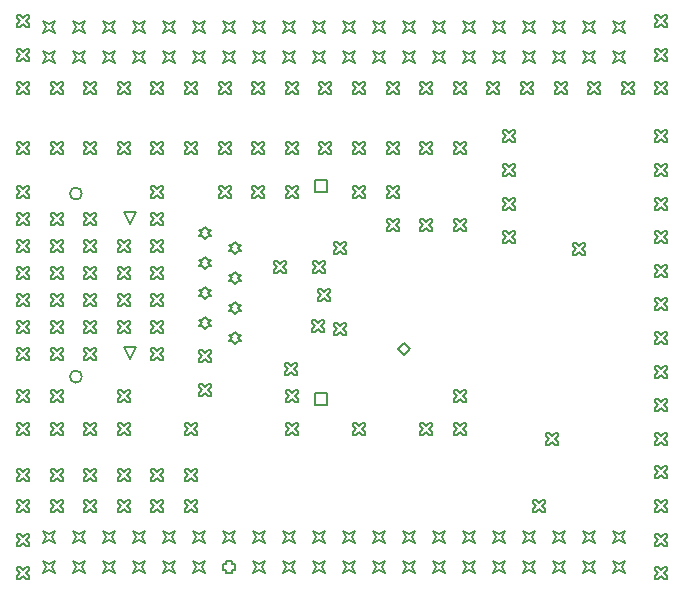
<source format=gbr>
G04 Layer_Color=2752767*
%FSLAX26Y26*%
%MOIN*%
%TF.FileFunction,Drawing*%
%TF.Part,Single*%
G01*
G75*
%TA.AperFunction,NonConductor*%
%ADD39C,0.005000*%
%ADD58C,0.006667*%
D39*
X1880000Y-1920000D02*
X1860000Y-1910000D01*
X1840000Y-1920000D01*
X1850000Y-1900000D01*
X1840000Y-1880000D01*
X1860000Y-1890000D01*
X1880000Y-1880000D01*
X1870000Y-1900000D01*
X1880000Y-1920000D01*
X1940000D02*
X1950000Y-1900000D01*
X1940000Y-1880000D01*
X1960000Y-1890000D01*
X1980000Y-1880000D01*
X1970000Y-1900000D01*
X1980000Y-1920000D01*
X1960000Y-1910000D01*
X1940000Y-1920000D01*
X2040000D02*
X2050000Y-1900000D01*
X2040000Y-1880000D01*
X2060000Y-1890000D01*
X2080000Y-1880000D01*
X2070000Y-1900000D01*
X2080000Y-1920000D01*
X2060000Y-1910000D01*
X2040000Y-1920000D01*
X2180000Y-1910000D02*
X2190000Y-1920000D01*
X2180000Y-1930000D01*
Y-1940000D01*
X2190000D01*
X2200000Y-1930000D01*
X2210000Y-1940000D01*
X2220000D01*
Y-1930000D01*
X2210000Y-1920000D01*
X2220000Y-1910000D01*
Y-1900000D01*
X2210000D01*
X2200000Y-1910000D01*
X2190000Y-1900000D01*
X2180000D01*
Y-1910000D01*
Y-1828000D02*
X2190000D01*
X2200000Y-1818000D01*
X2210000Y-1828000D01*
X2220000D01*
Y-1818000D01*
X2210000Y-1808000D01*
X2220000Y-1798000D01*
Y-1788000D01*
X2210000D01*
X2200000Y-1798000D01*
X2190000Y-1788000D01*
X2180000D01*
Y-1798000D01*
X2190000Y-1808000D01*
X2180000Y-1818000D01*
Y-1828000D01*
X2080000Y-1820000D02*
X2060000Y-1810000D01*
X2040000Y-1820000D01*
X2050000Y-1800000D01*
X2040000Y-1780000D01*
X2060000Y-1790000D01*
X2080000Y-1780000D01*
X2070000Y-1800000D01*
X2080000Y-1820000D01*
X1980000D02*
X1960000Y-1810000D01*
X1940000Y-1820000D01*
X1950000Y-1800000D01*
X1940000Y-1780000D01*
X1960000Y-1790000D01*
X1980000Y-1780000D01*
X1970000Y-1800000D01*
X1980000Y-1820000D01*
X1880000D02*
X1860000Y-1810000D01*
X1840000Y-1820000D01*
X1850000Y-1800000D01*
X1840000Y-1780000D01*
X1860000Y-1790000D01*
X1880000Y-1780000D01*
X1870000Y-1800000D01*
X1880000Y-1820000D01*
X2180000Y-1716000D02*
X2190000D01*
X2200000Y-1706000D01*
X2210000Y-1716000D01*
X2220000D01*
Y-1706000D01*
X2210000Y-1696000D01*
X2220000Y-1686000D01*
Y-1676000D01*
X2210000D01*
X2200000Y-1686000D01*
X2190000Y-1676000D01*
X2180000D01*
Y-1686000D01*
X2190000Y-1696000D01*
X2180000Y-1706000D01*
Y-1716000D01*
Y-1604000D02*
X2190000D01*
X2200000Y-1594000D01*
X2210000Y-1604000D01*
X2220000D01*
Y-1594000D01*
X2210000Y-1584000D01*
X2220000Y-1574000D01*
Y-1564000D01*
X2210000D01*
X2200000Y-1574000D01*
X2190000Y-1564000D01*
X2180000D01*
Y-1574000D01*
X2190000Y-1584000D01*
X2180000Y-1594000D01*
Y-1604000D01*
Y-1492000D02*
X2190000D01*
X2200000Y-1482000D01*
X2210000Y-1492000D01*
X2220000D01*
Y-1482000D01*
X2210000Y-1472000D01*
X2220000Y-1462000D01*
Y-1452000D01*
X2210000D01*
X2200000Y-1462000D01*
X2190000Y-1452000D01*
X2180000D01*
Y-1462000D01*
X2190000Y-1472000D01*
X2180000Y-1482000D01*
Y-1492000D01*
Y-1380000D02*
X2190000D01*
X2200000Y-1370000D01*
X2210000Y-1380000D01*
X2220000D01*
Y-1370000D01*
X2210000Y-1360000D01*
X2220000Y-1350000D01*
Y-1340000D01*
X2210000D01*
X2200000Y-1350000D01*
X2190000Y-1340000D01*
X2180000D01*
Y-1350000D01*
X2190000Y-1360000D01*
X2180000Y-1370000D01*
Y-1380000D01*
Y-1268000D02*
X2190000D01*
X2200000Y-1258000D01*
X2210000Y-1268000D01*
X2220000D01*
Y-1258000D01*
X2210000Y-1248000D01*
X2220000Y-1238000D01*
Y-1228000D01*
X2210000D01*
X2200000Y-1238000D01*
X2190000Y-1228000D01*
X2180000D01*
Y-1238000D01*
X2190000Y-1248000D01*
X2180000Y-1258000D01*
Y-1268000D01*
Y-1156000D02*
X2190000D01*
X2200000Y-1146000D01*
X2210000Y-1156000D01*
X2220000D01*
Y-1146000D01*
X2210000Y-1136000D01*
X2220000Y-1126000D01*
Y-1116000D01*
X2210000D01*
X2200000Y-1126000D01*
X2190000Y-1116000D01*
X2180000D01*
Y-1126000D01*
X2190000Y-1136000D01*
X2180000Y-1146000D01*
Y-1156000D01*
Y-1044000D02*
X2190000D01*
X2200000Y-1034000D01*
X2210000Y-1044000D01*
X2220000D01*
Y-1034000D01*
X2210000Y-1024000D01*
X2220000Y-1014000D01*
Y-1004000D01*
X2210000D01*
X2200000Y-1014000D01*
X2190000Y-1004000D01*
X2180000D01*
Y-1014000D01*
X2190000Y-1024000D01*
X2180000Y-1034000D01*
Y-1044000D01*
Y-932000D02*
X2190000D01*
X2200000Y-922000D01*
X2210000Y-932000D01*
X2220000D01*
Y-922000D01*
X2210000Y-912000D01*
X2220000Y-902000D01*
Y-892000D01*
X2210000D01*
X2200000Y-902000D01*
X2190000Y-892000D01*
X2180000D01*
Y-902000D01*
X2190000Y-912000D01*
X2180000Y-922000D01*
Y-932000D01*
Y-820000D02*
X2190000D01*
X2200000Y-810000D01*
X2210000Y-820000D01*
X2220000D01*
Y-810000D01*
X2210000Y-800000D01*
X2220000Y-790000D01*
Y-780000D01*
X2210000D01*
X2200000Y-790000D01*
X2190000Y-780000D01*
X2180000D01*
Y-790000D01*
X2190000Y-800000D01*
X2180000Y-810000D01*
Y-820000D01*
X1945000D02*
X1935000D01*
X1925000Y-830000D01*
X1915000Y-820000D01*
X1905000D01*
Y-830000D01*
X1915000Y-840000D01*
X1905000Y-850000D01*
Y-860000D01*
X1915000D01*
X1925000Y-850000D01*
X1935000Y-860000D01*
X1945000D01*
Y-850000D01*
X1935000Y-840000D01*
X1945000Y-830000D01*
Y-820000D01*
X2180000Y-708000D02*
X2190000D01*
X2200000Y-698000D01*
X2210000Y-708000D01*
X2220000D01*
Y-698000D01*
X2210000Y-688000D01*
X2220000Y-678000D01*
Y-668000D01*
X2210000D01*
X2200000Y-678000D01*
X2190000Y-668000D01*
X2180000D01*
Y-678000D01*
X2190000Y-688000D01*
X2180000Y-698000D01*
Y-708000D01*
Y-596000D02*
X2190000D01*
X2200000Y-586000D01*
X2210000Y-596000D01*
X2220000D01*
Y-586000D01*
X2210000Y-576000D01*
X2220000Y-566000D01*
Y-556000D01*
X2210000D01*
X2200000Y-566000D01*
X2190000Y-556000D01*
X2180000D01*
Y-566000D01*
X2190000Y-576000D01*
X2180000Y-586000D01*
Y-596000D01*
Y-484000D02*
X2190000D01*
X2200000Y-474000D01*
X2210000Y-484000D01*
X2220000D01*
Y-474000D01*
X2210000Y-464000D01*
X2220000Y-454000D01*
Y-444000D01*
X2210000D01*
X2200000Y-454000D01*
X2190000Y-444000D01*
X2180000D01*
Y-454000D01*
X2190000Y-464000D01*
X2180000Y-474000D01*
Y-484000D01*
Y-324000D02*
X2190000D01*
X2200000Y-314000D01*
X2210000Y-324000D01*
X2220000D01*
Y-314000D01*
X2210000Y-304000D01*
X2220000Y-294000D01*
Y-284000D01*
X2210000D01*
X2200000Y-294000D01*
X2190000Y-284000D01*
X2180000D01*
Y-294000D01*
X2190000Y-304000D01*
X2180000Y-314000D01*
Y-324000D01*
X2108000D02*
Y-314000D01*
X2098000Y-304000D01*
X2108000Y-294000D01*
Y-284000D01*
X2098000D01*
X2088000Y-294000D01*
X2078000Y-284000D01*
X2068000D01*
Y-294000D01*
X2078000Y-304000D01*
X2068000Y-314000D01*
Y-324000D01*
X2078000D01*
X2088000Y-314000D01*
X2098000Y-324000D01*
X2108000D01*
X1996000D02*
Y-314000D01*
X1986000Y-304000D01*
X1996000Y-294000D01*
Y-284000D01*
X1986000D01*
X1976000Y-294000D01*
X1966000Y-284000D01*
X1956000D01*
Y-294000D01*
X1966000Y-304000D01*
X1956000Y-314000D01*
Y-324000D01*
X1966000D01*
X1976000Y-314000D01*
X1986000Y-324000D01*
X1996000D01*
X1884000D02*
Y-314000D01*
X1874000Y-304000D01*
X1884000Y-294000D01*
Y-284000D01*
X1874000D01*
X1864000Y-294000D01*
X1854000Y-284000D01*
X1844000D01*
Y-294000D01*
X1854000Y-304000D01*
X1844000Y-314000D01*
Y-324000D01*
X1854000D01*
X1864000Y-314000D01*
X1874000Y-324000D01*
X1884000D01*
X1880000Y-220000D02*
X1860000Y-210000D01*
X1840000Y-220000D01*
X1850000Y-200000D01*
X1840000Y-180000D01*
X1860000Y-190000D01*
X1880000Y-180000D01*
X1870000Y-200000D01*
X1880000Y-220000D01*
X1940000D02*
X1950000Y-200000D01*
X1940000Y-180000D01*
X1960000Y-190000D01*
X1980000Y-180000D01*
X1970000Y-200000D01*
X1980000Y-220000D01*
X1960000Y-210000D01*
X1940000Y-220000D01*
X2040000D02*
X2050000Y-200000D01*
X2040000Y-180000D01*
X2060000Y-190000D01*
X2080000Y-180000D01*
X2070000Y-200000D01*
X2080000Y-220000D01*
X2060000Y-210000D01*
X2040000Y-220000D01*
Y-120000D02*
X2050000Y-100000D01*
X2040000Y-80000D01*
X2060000Y-90000D01*
X2080000Y-80000D01*
X2070000Y-100000D01*
X2080000Y-120000D01*
X2060000Y-110000D01*
X2040000Y-120000D01*
X1980000D02*
X1960000Y-110000D01*
X1940000Y-120000D01*
X1950000Y-100000D01*
X1940000Y-80000D01*
X1960000Y-90000D01*
X1980000Y-80000D01*
X1970000Y-100000D01*
X1980000Y-120000D01*
X1880000D02*
X1860000Y-110000D01*
X1840000Y-120000D01*
X1850000Y-100000D01*
X1840000Y-80000D01*
X1860000Y-90000D01*
X1880000Y-80000D01*
X1870000Y-100000D01*
X1880000Y-120000D01*
X2180000Y-100000D02*
X2190000D01*
X2200000Y-90000D01*
X2210000Y-100000D01*
X2220000D01*
Y-90000D01*
X2210000Y-80000D01*
X2220000Y-70000D01*
Y-60000D01*
X2210000D01*
X2200000Y-70000D01*
X2190000Y-60000D01*
X2180000D01*
Y-70000D01*
X2190000Y-80000D01*
X2180000Y-90000D01*
Y-100000D01*
Y-172000D02*
Y-182000D01*
X2190000Y-192000D01*
X2180000Y-202000D01*
Y-212000D01*
X2190000D01*
X2200000Y-202000D01*
X2210000Y-212000D01*
X2220000D01*
Y-202000D01*
X2210000Y-192000D01*
X2220000Y-182000D01*
Y-172000D01*
X2210000D01*
X2200000Y-182000D01*
X2190000Y-172000D01*
X2180000D01*
X1780000Y-180000D02*
X1770000Y-200000D01*
X1780000Y-220000D01*
X1760000Y-210000D01*
X1740000Y-220000D01*
X1750000Y-200000D01*
X1740000Y-180000D01*
X1760000Y-190000D01*
X1780000Y-180000D01*
Y-120000D02*
X1760000Y-110000D01*
X1740000Y-120000D01*
X1750000Y-100000D01*
X1740000Y-80000D01*
X1760000Y-90000D01*
X1780000Y-80000D01*
X1770000Y-100000D01*
X1780000Y-120000D01*
X1680000D02*
X1660000Y-110000D01*
X1640000Y-120000D01*
X1650000Y-100000D01*
X1640000Y-80000D01*
X1660000Y-90000D01*
X1680000Y-80000D01*
X1670000Y-100000D01*
X1680000Y-120000D01*
Y-180000D02*
X1670000Y-200000D01*
X1680000Y-220000D01*
X1660000Y-210000D01*
X1640000Y-220000D01*
X1650000Y-200000D01*
X1640000Y-180000D01*
X1660000Y-190000D01*
X1680000Y-180000D01*
X1580000D02*
X1570000Y-200000D01*
X1580000Y-220000D01*
X1560000Y-210000D01*
X1540000Y-220000D01*
X1550000Y-200000D01*
X1540000Y-180000D01*
X1560000Y-190000D01*
X1580000Y-180000D01*
Y-120000D02*
X1560000Y-110000D01*
X1540000Y-120000D01*
X1550000Y-100000D01*
X1540000Y-80000D01*
X1560000Y-90000D01*
X1580000Y-80000D01*
X1570000Y-100000D01*
X1580000Y-120000D01*
X1548000Y-284000D02*
X1538000D01*
X1528000Y-294000D01*
X1518000Y-284000D01*
X1508000D01*
Y-294000D01*
X1518000Y-304000D01*
X1508000Y-314000D01*
Y-324000D01*
X1518000D01*
X1528000Y-314000D01*
X1538000Y-324000D01*
X1548000D01*
Y-314000D01*
X1538000Y-304000D01*
X1548000Y-294000D01*
Y-284000D01*
X1620000D02*
Y-294000D01*
X1630000Y-304000D01*
X1620000Y-314000D01*
Y-324000D01*
X1630000D01*
X1640000Y-314000D01*
X1650000Y-324000D01*
X1660000D01*
Y-314000D01*
X1650000Y-304000D01*
X1660000Y-294000D01*
Y-284000D01*
X1650000D01*
X1640000Y-294000D01*
X1630000Y-284000D01*
X1620000D01*
X1732000D02*
Y-294000D01*
X1742000Y-304000D01*
X1732000Y-314000D01*
Y-324000D01*
X1742000D01*
X1752000Y-314000D01*
X1762000Y-324000D01*
X1772000D01*
Y-314000D01*
X1762000Y-304000D01*
X1772000Y-294000D01*
Y-284000D01*
X1762000D01*
X1752000Y-294000D01*
X1742000Y-284000D01*
X1732000D01*
X1713000Y-444000D02*
X1703000D01*
X1693000Y-454000D01*
X1683000Y-444000D01*
X1673000D01*
Y-454000D01*
X1683000Y-464000D01*
X1673000Y-474000D01*
Y-484000D01*
X1683000D01*
X1693000Y-474000D01*
X1703000Y-484000D01*
X1713000D01*
Y-474000D01*
X1703000Y-464000D01*
X1713000Y-454000D01*
Y-444000D01*
Y-556000D02*
X1703000D01*
X1693000Y-566000D01*
X1683000Y-556000D01*
X1673000D01*
Y-566000D01*
X1683000Y-576000D01*
X1673000Y-586000D01*
Y-596000D01*
X1683000D01*
X1693000Y-586000D01*
X1703000Y-596000D01*
X1713000D01*
Y-586000D01*
X1703000Y-576000D01*
X1713000Y-566000D01*
Y-556000D01*
Y-668000D02*
X1703000D01*
X1693000Y-678000D01*
X1683000Y-668000D01*
X1673000D01*
Y-678000D01*
X1683000Y-688000D01*
X1673000Y-698000D01*
Y-708000D01*
X1683000D01*
X1693000Y-698000D01*
X1703000Y-708000D01*
X1713000D01*
Y-698000D01*
X1703000Y-688000D01*
X1713000Y-678000D01*
Y-668000D01*
X1548000Y-523000D02*
Y-513000D01*
X1538000Y-503000D01*
X1548000Y-493000D01*
Y-483000D01*
X1538000D01*
X1528000Y-493000D01*
X1518000Y-483000D01*
X1508000D01*
Y-493000D01*
X1518000Y-503000D01*
X1508000Y-513000D01*
Y-523000D01*
X1518000D01*
X1528000Y-513000D01*
X1538000Y-523000D01*
X1548000D01*
Y-740000D02*
X1538000D01*
X1528000Y-750000D01*
X1518000Y-740000D01*
X1508000D01*
Y-750000D01*
X1518000Y-760000D01*
X1508000Y-770000D01*
Y-780000D01*
X1518000D01*
X1528000Y-770000D01*
X1538000Y-780000D01*
X1548000D01*
Y-770000D01*
X1538000Y-760000D01*
X1548000Y-750000D01*
Y-740000D01*
X1673000Y-780000D02*
Y-790000D01*
X1683000Y-800000D01*
X1673000Y-810000D01*
Y-820000D01*
X1683000D01*
X1693000Y-810000D01*
X1703000Y-820000D01*
X1713000D01*
Y-810000D01*
X1703000Y-800000D01*
X1713000Y-790000D01*
Y-780000D01*
X1703000D01*
X1693000Y-790000D01*
X1683000Y-780000D01*
X1673000D01*
X1548000Y-1308000D02*
X1538000D01*
X1528000Y-1318000D01*
X1518000Y-1308000D01*
X1508000D01*
Y-1318000D01*
X1518000Y-1328000D01*
X1508000Y-1338000D01*
Y-1348000D01*
X1518000D01*
X1528000Y-1338000D01*
X1538000Y-1348000D01*
X1548000D01*
Y-1338000D01*
X1538000Y-1328000D01*
X1548000Y-1318000D01*
Y-1308000D01*
Y-1420000D02*
X1538000D01*
X1528000Y-1430000D01*
X1518000Y-1420000D01*
X1508000D01*
Y-1430000D01*
X1518000Y-1440000D01*
X1508000Y-1450000D01*
Y-1460000D01*
X1518000D01*
X1528000Y-1450000D01*
X1538000Y-1460000D01*
X1548000D01*
Y-1450000D01*
X1538000Y-1440000D01*
X1548000Y-1430000D01*
Y-1420000D01*
X1814000Y-1452000D02*
Y-1462000D01*
X1824000Y-1472000D01*
X1814000Y-1482000D01*
Y-1492000D01*
X1824000D01*
X1834000Y-1482000D01*
X1844000Y-1492000D01*
X1854000D01*
Y-1482000D01*
X1844000Y-1472000D01*
X1854000Y-1462000D01*
Y-1452000D01*
X1844000D01*
X1834000Y-1462000D01*
X1824000Y-1452000D01*
X1814000D01*
X1813000Y-1676000D02*
X1803000D01*
X1793000Y-1686000D01*
X1783000Y-1676000D01*
X1773000D01*
Y-1686000D01*
X1783000Y-1696000D01*
X1773000Y-1706000D01*
Y-1716000D01*
X1783000D01*
X1793000Y-1706000D01*
X1803000Y-1716000D01*
X1813000D01*
Y-1706000D01*
X1803000Y-1696000D01*
X1813000Y-1686000D01*
Y-1676000D01*
X1780000Y-1780000D02*
X1770000Y-1800000D01*
X1780000Y-1820000D01*
X1760000Y-1810000D01*
X1740000Y-1820000D01*
X1750000Y-1800000D01*
X1740000Y-1780000D01*
X1760000Y-1790000D01*
X1780000Y-1780000D01*
X1680000D02*
X1670000Y-1800000D01*
X1680000Y-1820000D01*
X1660000Y-1810000D01*
X1640000Y-1820000D01*
X1650000Y-1800000D01*
X1640000Y-1780000D01*
X1660000Y-1790000D01*
X1680000Y-1780000D01*
X1580000D02*
X1570000Y-1800000D01*
X1580000Y-1820000D01*
X1560000Y-1810000D01*
X1540000Y-1820000D01*
X1550000Y-1800000D01*
X1540000Y-1780000D01*
X1560000Y-1790000D01*
X1580000Y-1780000D01*
Y-1880000D02*
X1570000Y-1900000D01*
X1580000Y-1920000D01*
X1560000Y-1910000D01*
X1540000Y-1920000D01*
X1550000Y-1900000D01*
X1540000Y-1880000D01*
X1560000Y-1890000D01*
X1580000Y-1880000D01*
X1640000D02*
X1660000Y-1890000D01*
X1680000Y-1880000D01*
X1670000Y-1900000D01*
X1680000Y-1920000D01*
X1660000Y-1910000D01*
X1640000Y-1920000D01*
X1650000Y-1900000D01*
X1640000Y-1880000D01*
X1740000D02*
X1760000Y-1890000D01*
X1780000Y-1880000D01*
X1770000Y-1900000D01*
X1780000Y-1920000D01*
X1760000Y-1910000D01*
X1740000Y-1920000D01*
X1750000Y-1900000D01*
X1740000Y-1880000D01*
X1480000Y-1820000D02*
X1460000Y-1810000D01*
X1440000Y-1820000D01*
X1450000Y-1800000D01*
X1440000Y-1780000D01*
X1460000Y-1790000D01*
X1480000Y-1780000D01*
X1470000Y-1800000D01*
X1480000Y-1820000D01*
X1380000D02*
X1360000Y-1810000D01*
X1340000Y-1820000D01*
X1350000Y-1800000D01*
X1340000Y-1780000D01*
X1360000Y-1790000D01*
X1380000Y-1780000D01*
X1370000Y-1800000D01*
X1380000Y-1820000D01*
X1280000D02*
X1260000Y-1810000D01*
X1240000Y-1820000D01*
X1250000Y-1800000D01*
X1240000Y-1780000D01*
X1260000Y-1790000D01*
X1280000Y-1780000D01*
X1270000Y-1800000D01*
X1280000Y-1820000D01*
X1180000D02*
X1160000Y-1810000D01*
X1140000Y-1820000D01*
X1150000Y-1800000D01*
X1140000Y-1780000D01*
X1160000Y-1790000D01*
X1180000Y-1780000D01*
X1170000Y-1800000D01*
X1180000Y-1820000D01*
Y-1880000D02*
X1170000Y-1900000D01*
X1180000Y-1920000D01*
X1160000Y-1910000D01*
X1140000Y-1920000D01*
X1150000Y-1900000D01*
X1140000Y-1880000D01*
X1160000Y-1890000D01*
X1180000Y-1880000D01*
X1240000D02*
X1260000Y-1890000D01*
X1280000Y-1880000D01*
X1270000Y-1900000D01*
X1280000Y-1920000D01*
X1260000Y-1910000D01*
X1240000Y-1920000D01*
X1250000Y-1900000D01*
X1240000Y-1880000D01*
X1340000D02*
X1360000Y-1890000D01*
X1380000Y-1880000D01*
X1370000Y-1900000D01*
X1380000Y-1920000D01*
X1360000Y-1910000D01*
X1340000Y-1920000D01*
X1350000Y-1900000D01*
X1340000Y-1880000D01*
X1440000D02*
X1460000Y-1890000D01*
X1480000Y-1880000D01*
X1470000Y-1900000D01*
X1480000Y-1920000D01*
X1460000Y-1910000D01*
X1440000Y-1920000D01*
X1450000Y-1900000D01*
X1440000Y-1880000D01*
X1080000Y-1820000D02*
X1060000Y-1810000D01*
X1040000Y-1820000D01*
X1050000Y-1800000D01*
X1040000Y-1780000D01*
X1060000Y-1790000D01*
X1080000Y-1780000D01*
X1070000Y-1800000D01*
X1080000Y-1820000D01*
X980000D02*
X960000Y-1810000D01*
X940000Y-1820000D01*
X950000Y-1800000D01*
X940000Y-1780000D01*
X960000Y-1790000D01*
X980000Y-1780000D01*
X970000Y-1800000D01*
X980000Y-1820000D01*
X880000D02*
X860000Y-1810000D01*
X840000Y-1820000D01*
X850000Y-1800000D01*
X840000Y-1780000D01*
X860000Y-1790000D01*
X880000Y-1780000D01*
X870000Y-1800000D01*
X880000Y-1820000D01*
X780000D02*
X760000Y-1810000D01*
X740000Y-1820000D01*
X750000Y-1800000D01*
X740000Y-1780000D01*
X760000Y-1790000D01*
X780000Y-1780000D01*
X770000Y-1800000D01*
X780000Y-1820000D01*
Y-1890000D02*
X770000D01*
Y-1880000D01*
X750000D01*
Y-1890000D01*
X740000D01*
Y-1910000D01*
X750000D01*
Y-1920000D01*
X770000D01*
Y-1910000D01*
X780000D01*
Y-1890000D01*
X840000Y-1880000D02*
X860000Y-1890000D01*
X880000Y-1880000D01*
X870000Y-1900000D01*
X880000Y-1920000D01*
X860000Y-1910000D01*
X840000Y-1920000D01*
X850000Y-1900000D01*
X840000Y-1880000D01*
X940000D02*
X960000Y-1890000D01*
X980000Y-1880000D01*
X970000Y-1900000D01*
X980000Y-1920000D01*
X960000Y-1910000D01*
X940000Y-1920000D01*
X950000Y-1900000D01*
X940000Y-1880000D01*
X1040000D02*
X1060000Y-1890000D01*
X1080000Y-1880000D01*
X1070000Y-1900000D01*
X1080000Y-1920000D01*
X1060000Y-1910000D01*
X1040000Y-1920000D01*
X1050000Y-1900000D01*
X1040000Y-1880000D01*
X680000Y-1820000D02*
X660000Y-1810000D01*
X640000Y-1820000D01*
X650000Y-1800000D01*
X640000Y-1780000D01*
X660000Y-1790000D01*
X680000Y-1780000D01*
X670000Y-1800000D01*
X680000Y-1820000D01*
X580000D02*
X560000Y-1810000D01*
X540000Y-1820000D01*
X550000Y-1800000D01*
X540000Y-1780000D01*
X560000Y-1790000D01*
X580000Y-1780000D01*
X570000Y-1800000D01*
X580000Y-1820000D01*
X480000D02*
X460000Y-1810000D01*
X440000Y-1820000D01*
X450000Y-1800000D01*
X440000Y-1780000D01*
X460000Y-1790000D01*
X480000Y-1780000D01*
X470000Y-1800000D01*
X480000Y-1820000D01*
X500000Y-1716000D02*
X510000D01*
X520000Y-1706000D01*
X530000Y-1716000D01*
X540000D01*
Y-1706000D01*
X530000Y-1696000D01*
X540000Y-1686000D01*
Y-1676000D01*
X530000D01*
X520000Y-1686000D01*
X510000Y-1676000D01*
X500000D01*
Y-1686000D01*
X510000Y-1696000D01*
X500000Y-1706000D01*
Y-1716000D01*
X428000D02*
Y-1706000D01*
X418000Y-1696000D01*
X428000Y-1686000D01*
Y-1676000D01*
X418000D01*
X408000Y-1686000D01*
X398000Y-1676000D01*
X388000D01*
Y-1686000D01*
X398000Y-1696000D01*
X388000Y-1706000D01*
Y-1716000D01*
X398000D01*
X408000Y-1706000D01*
X418000Y-1716000D01*
X428000D01*
Y-1613000D02*
Y-1603000D01*
X418000Y-1593000D01*
X428000Y-1583000D01*
Y-1573000D01*
X418000D01*
X408000Y-1583000D01*
X398000Y-1573000D01*
X388000D01*
Y-1583000D01*
X398000Y-1593000D01*
X388000Y-1603000D01*
Y-1613000D01*
X398000D01*
X408000Y-1603000D01*
X418000Y-1613000D01*
X428000D01*
X500000D02*
X510000D01*
X520000Y-1603000D01*
X530000Y-1613000D01*
X540000D01*
Y-1603000D01*
X530000Y-1593000D01*
X540000Y-1583000D01*
Y-1573000D01*
X530000D01*
X520000Y-1583000D01*
X510000Y-1573000D01*
X500000D01*
Y-1583000D01*
X510000Y-1593000D01*
X500000Y-1603000D01*
Y-1613000D01*
X612000D02*
X622000D01*
X632000Y-1603000D01*
X642000Y-1613000D01*
X652000D01*
Y-1603000D01*
X642000Y-1593000D01*
X652000Y-1583000D01*
Y-1573000D01*
X642000D01*
X632000Y-1583000D01*
X622000Y-1573000D01*
X612000D01*
Y-1583000D01*
X622000Y-1593000D01*
X612000Y-1603000D01*
Y-1613000D01*
Y-1676000D02*
Y-1686000D01*
X622000Y-1696000D01*
X612000Y-1706000D01*
Y-1716000D01*
X622000D01*
X632000Y-1706000D01*
X642000Y-1716000D01*
X652000D01*
Y-1706000D01*
X642000Y-1696000D01*
X652000Y-1686000D01*
Y-1676000D01*
X642000D01*
X632000Y-1686000D01*
X622000Y-1676000D01*
X612000D01*
X640000Y-1880000D02*
X660000Y-1890000D01*
X680000Y-1880000D01*
X670000Y-1900000D01*
X680000Y-1920000D01*
X660000Y-1910000D01*
X640000Y-1920000D01*
X650000Y-1900000D01*
X640000Y-1880000D01*
X580000D02*
X570000Y-1900000D01*
X580000Y-1920000D01*
X560000Y-1910000D01*
X540000Y-1920000D01*
X550000Y-1900000D01*
X540000Y-1880000D01*
X560000Y-1890000D01*
X580000Y-1880000D01*
X480000D02*
X470000Y-1900000D01*
X480000Y-1920000D01*
X460000Y-1910000D01*
X440000Y-1920000D01*
X450000Y-1900000D01*
X440000Y-1880000D01*
X460000Y-1890000D01*
X480000Y-1880000D01*
X380000Y-1820000D02*
X360000Y-1810000D01*
X340000Y-1820000D01*
X350000Y-1800000D01*
X340000Y-1780000D01*
X360000Y-1790000D01*
X380000Y-1780000D01*
X370000Y-1800000D01*
X380000Y-1820000D01*
X280000D02*
X260000Y-1810000D01*
X240000Y-1820000D01*
X250000Y-1800000D01*
X240000Y-1780000D01*
X260000Y-1790000D01*
X280000Y-1780000D01*
X270000Y-1800000D01*
X280000Y-1820000D01*
X180000D02*
X160000Y-1810000D01*
X140000Y-1820000D01*
X150000Y-1800000D01*
X140000Y-1780000D01*
X160000Y-1790000D01*
X180000Y-1780000D01*
X170000Y-1800000D01*
X180000Y-1820000D01*
X92000Y-1818000D02*
X82000Y-1808000D01*
X92000Y-1798000D01*
Y-1788000D01*
X82000D01*
X72000Y-1798000D01*
X62000Y-1788000D01*
X52000D01*
Y-1798000D01*
X62000Y-1808000D01*
X52000Y-1818000D01*
Y-1828000D01*
X62000D01*
X72000Y-1818000D01*
X82000Y-1828000D01*
X92000D01*
Y-1818000D01*
Y-1716000D02*
Y-1706000D01*
X82000Y-1696000D01*
X92000Y-1686000D01*
Y-1676000D01*
X82000D01*
X72000Y-1686000D01*
X62000Y-1676000D01*
X52000D01*
Y-1686000D01*
X62000Y-1696000D01*
X52000Y-1706000D01*
Y-1716000D01*
X62000D01*
X72000Y-1706000D01*
X82000Y-1716000D01*
X92000D01*
X164000D02*
X174000D01*
X184000Y-1706000D01*
X194000Y-1716000D01*
X204000D01*
Y-1706000D01*
X194000Y-1696000D01*
X204000Y-1686000D01*
Y-1676000D01*
X194000D01*
X184000Y-1686000D01*
X174000Y-1676000D01*
X164000D01*
Y-1686000D01*
X174000Y-1696000D01*
X164000Y-1706000D01*
Y-1716000D01*
Y-1613000D02*
X174000D01*
X184000Y-1603000D01*
X194000Y-1613000D01*
X204000D01*
Y-1603000D01*
X194000Y-1593000D01*
X204000Y-1583000D01*
Y-1573000D01*
X194000D01*
X184000Y-1583000D01*
X174000Y-1573000D01*
X164000D01*
Y-1583000D01*
X174000Y-1593000D01*
X164000Y-1603000D01*
Y-1613000D01*
X92000D02*
Y-1603000D01*
X82000Y-1593000D01*
X92000Y-1583000D01*
Y-1573000D01*
X82000D01*
X72000Y-1583000D01*
X62000Y-1573000D01*
X52000D01*
Y-1583000D01*
X62000Y-1593000D01*
X52000Y-1603000D01*
Y-1613000D01*
X62000D01*
X72000Y-1603000D01*
X82000Y-1613000D01*
X92000D01*
X276000D02*
X286000D01*
X296000Y-1603000D01*
X306000Y-1613000D01*
X316000D01*
Y-1603000D01*
X306000Y-1593000D01*
X316000Y-1583000D01*
Y-1573000D01*
X306000D01*
X296000Y-1583000D01*
X286000Y-1573000D01*
X276000D01*
Y-1583000D01*
X286000Y-1593000D01*
X276000Y-1603000D01*
Y-1613000D01*
Y-1676000D02*
Y-1686000D01*
X286000Y-1696000D01*
X276000Y-1706000D01*
Y-1716000D01*
X286000D01*
X296000Y-1706000D01*
X306000Y-1716000D01*
X316000D01*
Y-1706000D01*
X306000Y-1696000D01*
X316000Y-1686000D01*
Y-1676000D01*
X306000D01*
X296000Y-1686000D01*
X286000Y-1676000D01*
X276000D01*
X280000Y-1880000D02*
X270000Y-1900000D01*
X280000Y-1920000D01*
X260000Y-1910000D01*
X240000Y-1920000D01*
X250000Y-1900000D01*
X240000Y-1880000D01*
X260000Y-1890000D01*
X280000Y-1880000D01*
X340000D02*
X360000Y-1890000D01*
X380000Y-1880000D01*
X370000Y-1900000D01*
X380000Y-1920000D01*
X360000Y-1910000D01*
X340000Y-1920000D01*
X350000Y-1900000D01*
X340000Y-1880000D01*
X180000D02*
X170000Y-1900000D01*
X180000Y-1920000D01*
X160000Y-1910000D01*
X140000Y-1920000D01*
X150000Y-1900000D01*
X140000Y-1880000D01*
X160000Y-1890000D01*
X180000Y-1880000D01*
X92000Y-1900000D02*
X82000D01*
X72000Y-1910000D01*
X62000Y-1900000D01*
X52000D01*
Y-1910000D01*
X62000Y-1920000D01*
X52000Y-1930000D01*
Y-1940000D01*
X62000D01*
X72000Y-1930000D01*
X82000Y-1940000D01*
X92000D01*
Y-1930000D01*
X82000Y-1920000D01*
X92000Y-1910000D01*
Y-1900000D01*
X948000Y-1460000D02*
X958000D01*
X968000Y-1450000D01*
X978000Y-1460000D01*
X988000D01*
Y-1450000D01*
X978000Y-1440000D01*
X988000Y-1430000D01*
Y-1420000D01*
X978000D01*
X968000Y-1430000D01*
X958000Y-1420000D01*
X948000D01*
Y-1430000D01*
X958000Y-1440000D01*
X948000Y-1450000D01*
Y-1460000D01*
Y-1348000D02*
X958000D01*
X968000Y-1338000D01*
X978000Y-1348000D01*
X988000D01*
Y-1338000D01*
X978000Y-1328000D01*
X988000Y-1318000D01*
Y-1308000D01*
X978000D01*
X968000Y-1318000D01*
X958000Y-1308000D01*
X948000D01*
Y-1318000D01*
X958000Y-1328000D01*
X948000Y-1338000D01*
Y-1348000D01*
X944000Y-1259000D02*
X954000D01*
X964000Y-1249000D01*
X974000Y-1259000D01*
X984000D01*
Y-1249000D01*
X974000Y-1239000D01*
X984000Y-1229000D01*
Y-1219000D01*
X974000D01*
X964000Y-1229000D01*
X954000Y-1219000D01*
X944000D01*
Y-1229000D01*
X954000Y-1239000D01*
X944000Y-1249000D01*
Y-1259000D01*
X1044252Y-1320000D02*
X1084252D01*
Y-1360000D01*
X1044252D01*
Y-1320000D01*
X1046000Y-1116000D02*
X1056000Y-1106000D01*
X1066000Y-1116000D01*
X1076000D01*
Y-1106000D01*
X1066000Y-1096000D01*
X1076000Y-1086000D01*
Y-1076000D01*
X1066000D01*
X1056000Y-1086000D01*
X1046000Y-1076000D01*
X1036000D01*
Y-1086000D01*
X1046000Y-1096000D01*
X1036000Y-1106000D01*
Y-1116000D01*
X1046000D01*
X1107000D02*
Y-1126000D01*
X1117000D01*
X1127000Y-1116000D01*
X1137000Y-1126000D01*
X1147000D01*
Y-1116000D01*
X1137000Y-1106000D01*
X1147000Y-1096000D01*
Y-1086000D01*
X1137000D01*
X1127000Y-1096000D01*
X1117000Y-1086000D01*
X1107000D01*
Y-1096000D01*
X1117000Y-1106000D01*
X1107000Y-1116000D01*
X797874Y-1125000D02*
X787874D01*
X777874Y-1115000D01*
X767874Y-1125000D01*
X757874D01*
X767874Y-1135000D01*
X757874Y-1145000D01*
X767874D01*
X777874Y-1155000D01*
X787874Y-1145000D01*
X797874D01*
X787874Y-1135000D01*
X797874Y-1125000D01*
X1322000Y-1172000D02*
X1342000Y-1152000D01*
X1362000Y-1172000D01*
X1342000Y-1192000D01*
X1322000Y-1172000D01*
X1396000Y-1420000D02*
Y-1430000D01*
X1406000Y-1440000D01*
X1396000Y-1450000D01*
Y-1460000D01*
X1406000D01*
X1416000Y-1450000D01*
X1426000Y-1460000D01*
X1436000D01*
Y-1450000D01*
X1426000Y-1440000D01*
X1436000Y-1430000D01*
Y-1420000D01*
X1426000D01*
X1416000Y-1430000D01*
X1406000Y-1420000D01*
X1396000D01*
X1212000D02*
X1202000D01*
X1192000Y-1430000D01*
X1182000Y-1420000D01*
X1172000D01*
Y-1430000D01*
X1182000Y-1440000D01*
X1172000Y-1450000D01*
Y-1460000D01*
X1182000D01*
X1192000Y-1450000D01*
X1202000Y-1460000D01*
X1212000D01*
Y-1450000D01*
X1202000Y-1440000D01*
X1212000Y-1430000D01*
Y-1420000D01*
X1148000Y-855000D02*
Y-845000D01*
X1138000Y-835000D01*
X1148000Y-825000D01*
Y-815000D01*
X1138000D01*
X1128000Y-825000D01*
X1118000Y-815000D01*
X1108000D01*
Y-825000D01*
X1118000Y-835000D01*
X1108000Y-845000D01*
Y-855000D01*
X1118000D01*
X1128000Y-845000D01*
X1138000Y-855000D01*
X1148000D01*
X1284000Y-780000D02*
X1294000D01*
X1304000Y-770000D01*
X1314000Y-780000D01*
X1324000D01*
Y-770000D01*
X1314000Y-760000D01*
X1324000Y-750000D01*
Y-740000D01*
X1314000D01*
X1304000Y-750000D01*
X1294000Y-740000D01*
X1284000D01*
Y-750000D01*
X1294000Y-760000D01*
X1284000Y-770000D01*
Y-780000D01*
X1396000D02*
X1406000D01*
X1416000Y-770000D01*
X1426000Y-780000D01*
X1436000D01*
Y-770000D01*
X1426000Y-760000D01*
X1436000Y-750000D01*
Y-740000D01*
X1426000D01*
X1416000Y-750000D01*
X1406000Y-740000D01*
X1396000D01*
Y-750000D01*
X1406000Y-760000D01*
X1396000Y-770000D01*
Y-780000D01*
X1324000Y-668000D02*
Y-658000D01*
X1314000Y-648000D01*
X1324000Y-638000D01*
Y-628000D01*
X1314000D01*
X1304000Y-638000D01*
X1294000Y-628000D01*
X1284000D01*
Y-638000D01*
X1294000Y-648000D01*
X1284000Y-658000D01*
Y-668000D01*
X1294000D01*
X1304000Y-658000D01*
X1314000Y-668000D01*
X1324000D01*
X1212000D02*
Y-658000D01*
X1202000Y-648000D01*
X1212000Y-638000D01*
Y-628000D01*
X1202000D01*
X1192000Y-638000D01*
X1182000Y-628000D01*
X1172000D01*
Y-638000D01*
X1182000Y-648000D01*
X1172000Y-658000D01*
Y-668000D01*
X1182000D01*
X1192000Y-658000D01*
X1202000Y-668000D01*
X1212000D01*
Y-523000D02*
Y-513000D01*
X1202000Y-503000D01*
X1212000Y-493000D01*
Y-483000D01*
X1202000D01*
X1192000Y-493000D01*
X1182000Y-483000D01*
X1172000D01*
Y-493000D01*
X1182000Y-503000D01*
X1172000Y-513000D01*
Y-523000D01*
X1182000D01*
X1192000Y-513000D01*
X1202000Y-523000D01*
X1212000D01*
X1284000D02*
X1294000D01*
X1304000Y-513000D01*
X1314000Y-523000D01*
X1324000D01*
Y-513000D01*
X1314000Y-503000D01*
X1324000Y-493000D01*
Y-483000D01*
X1314000D01*
X1304000Y-493000D01*
X1294000Y-483000D01*
X1284000D01*
Y-493000D01*
X1294000Y-503000D01*
X1284000Y-513000D01*
Y-523000D01*
X1396000D02*
X1406000D01*
X1416000Y-513000D01*
X1426000Y-523000D01*
X1436000D01*
Y-513000D01*
X1426000Y-503000D01*
X1436000Y-493000D01*
Y-483000D01*
X1426000D01*
X1416000Y-493000D01*
X1406000Y-483000D01*
X1396000D01*
Y-493000D01*
X1406000Y-503000D01*
X1396000Y-513000D01*
Y-523000D01*
Y-324000D02*
X1406000D01*
X1416000Y-314000D01*
X1426000Y-324000D01*
X1436000D01*
Y-314000D01*
X1426000Y-304000D01*
X1436000Y-294000D01*
Y-284000D01*
X1426000D01*
X1416000Y-294000D01*
X1406000Y-284000D01*
X1396000D01*
Y-294000D01*
X1406000Y-304000D01*
X1396000Y-314000D01*
Y-324000D01*
X1324000D02*
Y-314000D01*
X1314000Y-304000D01*
X1324000Y-294000D01*
Y-284000D01*
X1314000D01*
X1304000Y-294000D01*
X1294000Y-284000D01*
X1284000D01*
Y-294000D01*
X1294000Y-304000D01*
X1284000Y-314000D01*
Y-324000D01*
X1294000D01*
X1304000Y-314000D01*
X1314000Y-324000D01*
X1324000D01*
X1212000D02*
Y-314000D01*
X1202000Y-304000D01*
X1212000Y-294000D01*
Y-284000D01*
X1202000D01*
X1192000Y-294000D01*
X1182000Y-284000D01*
X1172000D01*
Y-294000D01*
X1182000Y-304000D01*
X1172000Y-314000D01*
Y-324000D01*
X1182000D01*
X1192000Y-314000D01*
X1202000Y-324000D01*
X1212000D01*
X1240000Y-220000D02*
X1250000Y-200000D01*
X1240000Y-180000D01*
X1260000Y-190000D01*
X1280000Y-180000D01*
X1270000Y-200000D01*
X1280000Y-220000D01*
X1260000Y-210000D01*
X1240000Y-220000D01*
X1180000D02*
X1160000Y-210000D01*
X1140000Y-220000D01*
X1150000Y-200000D01*
X1140000Y-180000D01*
X1160000Y-190000D01*
X1180000Y-180000D01*
X1170000Y-200000D01*
X1180000Y-220000D01*
Y-120000D02*
X1160000Y-110000D01*
X1140000Y-120000D01*
X1150000Y-100000D01*
X1140000Y-80000D01*
X1160000Y-90000D01*
X1180000Y-80000D01*
X1170000Y-100000D01*
X1180000Y-120000D01*
X1240000D02*
X1250000Y-100000D01*
X1240000Y-80000D01*
X1260000Y-90000D01*
X1280000Y-80000D01*
X1270000Y-100000D01*
X1280000Y-120000D01*
X1260000Y-110000D01*
X1240000Y-120000D01*
X1340000D02*
X1350000Y-100000D01*
X1340000Y-80000D01*
X1360000Y-90000D01*
X1380000Y-80000D01*
X1370000Y-100000D01*
X1380000Y-120000D01*
X1360000Y-110000D01*
X1340000Y-120000D01*
Y-180000D02*
X1360000Y-190000D01*
X1380000Y-180000D01*
X1370000Y-200000D01*
X1380000Y-220000D01*
X1360000Y-210000D01*
X1340000Y-220000D01*
X1350000Y-200000D01*
X1340000Y-180000D01*
X1440000D02*
X1460000Y-190000D01*
X1480000Y-180000D01*
X1470000Y-200000D01*
X1480000Y-220000D01*
X1460000Y-210000D01*
X1440000Y-220000D01*
X1450000Y-200000D01*
X1440000Y-180000D01*
Y-120000D02*
X1450000Y-100000D01*
X1440000Y-80000D01*
X1460000Y-90000D01*
X1480000Y-80000D01*
X1470000Y-100000D01*
X1480000Y-120000D01*
X1460000Y-110000D01*
X1440000Y-120000D01*
X1080000D02*
X1060000Y-110000D01*
X1040000Y-120000D01*
X1050000Y-100000D01*
X1040000Y-80000D01*
X1060000Y-90000D01*
X1080000Y-80000D01*
X1070000Y-100000D01*
X1080000Y-120000D01*
Y-180000D02*
X1070000Y-200000D01*
X1080000Y-220000D01*
X1060000Y-210000D01*
X1040000Y-220000D01*
X1050000Y-200000D01*
X1040000Y-180000D01*
X1060000Y-190000D01*
X1080000Y-180000D01*
X980000D02*
X970000Y-200000D01*
X980000Y-220000D01*
X960000Y-210000D01*
X940000Y-220000D01*
X950000Y-200000D01*
X940000Y-180000D01*
X960000Y-190000D01*
X980000Y-180000D01*
Y-120000D02*
X960000Y-110000D01*
X940000Y-120000D01*
X950000Y-100000D01*
X940000Y-80000D01*
X960000Y-90000D01*
X980000Y-80000D01*
X970000Y-100000D01*
X980000Y-120000D01*
X880000D02*
X860000Y-110000D01*
X840000Y-120000D01*
X850000Y-100000D01*
X840000Y-80000D01*
X860000Y-90000D01*
X880000Y-80000D01*
X870000Y-100000D01*
X880000Y-120000D01*
Y-180000D02*
X870000Y-200000D01*
X880000Y-220000D01*
X860000Y-210000D01*
X840000Y-220000D01*
X850000Y-200000D01*
X840000Y-180000D01*
X860000Y-190000D01*
X880000Y-180000D01*
X780000D02*
X770000Y-200000D01*
X780000Y-220000D01*
X760000Y-210000D01*
X740000Y-220000D01*
X750000Y-200000D01*
X740000Y-180000D01*
X760000Y-190000D01*
X780000Y-180000D01*
Y-120000D02*
X760000Y-110000D01*
X740000Y-120000D01*
X750000Y-100000D01*
X740000Y-80000D01*
X760000Y-90000D01*
X780000Y-80000D01*
X770000Y-100000D01*
X780000Y-120000D01*
X764000Y-284000D02*
X754000D01*
X744000Y-294000D01*
X734000Y-284000D01*
X724000D01*
Y-294000D01*
X734000Y-304000D01*
X724000Y-314000D01*
Y-324000D01*
X734000D01*
X744000Y-314000D01*
X754000Y-324000D01*
X764000D01*
Y-314000D01*
X754000Y-304000D01*
X764000Y-294000D01*
Y-284000D01*
X836000D02*
Y-294000D01*
X846000Y-304000D01*
X836000Y-314000D01*
Y-324000D01*
X846000D01*
X856000Y-314000D01*
X866000Y-324000D01*
X876000D01*
Y-314000D01*
X866000Y-304000D01*
X876000Y-294000D01*
Y-284000D01*
X866000D01*
X856000Y-294000D01*
X846000Y-284000D01*
X836000D01*
X948000D02*
Y-294000D01*
X958000Y-304000D01*
X948000Y-314000D01*
Y-324000D01*
X958000D01*
X968000Y-314000D01*
X978000Y-324000D01*
X988000D01*
Y-314000D01*
X978000Y-304000D01*
X988000Y-294000D01*
Y-284000D01*
X978000D01*
X968000Y-294000D01*
X958000Y-284000D01*
X948000D01*
X1060000D02*
Y-294000D01*
X1070000Y-304000D01*
X1060000Y-314000D01*
Y-324000D01*
X1070000D01*
X1080000Y-314000D01*
X1090000Y-324000D01*
X1100000D01*
Y-314000D01*
X1090000Y-304000D01*
X1100000Y-294000D01*
Y-284000D01*
X1090000D01*
X1080000Y-294000D01*
X1070000Y-284000D01*
X1060000D01*
Y-483000D02*
Y-493000D01*
X1070000Y-503000D01*
X1060000Y-513000D01*
Y-523000D01*
X1070000D01*
X1080000Y-513000D01*
X1090000Y-523000D01*
X1100000D01*
Y-513000D01*
X1090000Y-503000D01*
X1100000Y-493000D01*
Y-483000D01*
X1090000D01*
X1080000Y-493000D01*
X1070000Y-483000D01*
X1060000D01*
X988000D02*
X978000D01*
X968000Y-493000D01*
X958000Y-483000D01*
X948000D01*
Y-493000D01*
X958000Y-503000D01*
X948000Y-513000D01*
Y-523000D01*
X958000D01*
X968000Y-513000D01*
X978000Y-523000D01*
X988000D01*
Y-513000D01*
X978000Y-503000D01*
X988000Y-493000D01*
Y-483000D01*
X876000D02*
X866000D01*
X856000Y-493000D01*
X846000Y-483000D01*
X836000D01*
Y-493000D01*
X846000Y-503000D01*
X836000Y-513000D01*
Y-523000D01*
X846000D01*
X856000Y-513000D01*
X866000Y-523000D01*
X876000D01*
Y-513000D01*
X866000Y-503000D01*
X876000Y-493000D01*
Y-483000D01*
X764000D02*
X754000D01*
X744000Y-493000D01*
X734000Y-483000D01*
X724000D01*
Y-493000D01*
X734000Y-503000D01*
X724000Y-513000D01*
Y-523000D01*
X734000D01*
X744000Y-513000D01*
X754000Y-523000D01*
X764000D01*
Y-513000D01*
X754000Y-503000D01*
X764000Y-493000D01*
Y-483000D01*
Y-628000D02*
X754000D01*
X744000Y-638000D01*
X734000Y-628000D01*
X724000D01*
Y-638000D01*
X734000Y-648000D01*
X724000Y-658000D01*
Y-668000D01*
X734000D01*
X744000Y-658000D01*
X754000Y-668000D01*
X764000D01*
Y-658000D01*
X754000Y-648000D01*
X764000Y-638000D01*
Y-628000D01*
X836000D02*
Y-638000D01*
X846000Y-648000D01*
X836000Y-658000D01*
Y-668000D01*
X846000D01*
X856000Y-658000D01*
X866000Y-668000D01*
X876000D01*
Y-658000D01*
X866000Y-648000D01*
X876000Y-638000D01*
Y-628000D01*
X866000D01*
X856000Y-638000D01*
X846000Y-628000D01*
X836000D01*
X948000D02*
Y-638000D01*
X958000Y-648000D01*
X948000Y-658000D01*
Y-668000D01*
X958000D01*
X968000Y-658000D01*
X978000Y-668000D01*
X988000D01*
Y-658000D01*
X978000Y-648000D01*
X988000Y-638000D01*
Y-628000D01*
X978000D01*
X968000Y-638000D01*
X958000Y-628000D01*
X948000D01*
X1044252Y-610000D02*
X1084252D01*
Y-650000D01*
X1044252D01*
Y-610000D01*
X1049000Y-878000D02*
X1039000D01*
Y-888000D01*
X1049000Y-898000D01*
X1039000Y-908000D01*
Y-918000D01*
X1049000D01*
X1059000Y-908000D01*
X1069000Y-918000D01*
X1079000D01*
Y-908000D01*
X1069000Y-898000D01*
X1079000Y-888000D01*
Y-878000D01*
X1069000D01*
X1059000Y-888000D01*
X1049000Y-878000D01*
X1055000Y-973000D02*
Y-983000D01*
X1065000Y-993000D01*
X1055000Y-1003000D01*
Y-1013000D01*
X1065000D01*
X1075000Y-1003000D01*
X1085000Y-1013000D01*
X1095000D01*
Y-1003000D01*
X1085000Y-993000D01*
X1095000Y-983000D01*
Y-973000D01*
X1085000D01*
X1075000Y-983000D01*
X1065000Y-973000D01*
X1055000D01*
X947000Y-918000D02*
Y-908000D01*
X937000Y-898000D01*
X947000Y-888000D01*
Y-878000D01*
X937000D01*
X927000Y-888000D01*
X917000Y-878000D01*
X907000D01*
Y-888000D01*
X917000Y-898000D01*
X907000Y-908000D01*
Y-918000D01*
X917000D01*
X927000Y-908000D01*
X937000Y-918000D01*
X947000D01*
X797874Y-925000D02*
X787874D01*
X777874Y-915000D01*
X767874Y-925000D01*
X757874D01*
X767874Y-935000D01*
X757874Y-945000D01*
X767874D01*
X777874Y-955000D01*
X787874Y-945000D01*
X797874D01*
X787874Y-935000D01*
X797874Y-925000D01*
Y-845000D02*
X787874Y-835000D01*
X797874Y-825000D01*
X787874D01*
X777874Y-815000D01*
X767874Y-825000D01*
X757874D01*
X767874Y-835000D01*
X757874Y-845000D01*
X767874D01*
X777874Y-855000D01*
X787874Y-845000D01*
X797874D01*
Y-1025000D02*
X787874D01*
X777874Y-1015000D01*
X767874Y-1025000D01*
X757874D01*
X767874Y-1035000D01*
X757874Y-1045000D01*
X767874D01*
X777874Y-1055000D01*
X787874Y-1045000D01*
X797874D01*
X787874Y-1035000D01*
X797874Y-1025000D01*
X540000Y-728000D02*
Y-718000D01*
X530000D01*
X520000Y-728000D01*
X510000Y-718000D01*
X500000D01*
Y-728000D01*
X510000Y-738000D01*
X500000Y-748000D01*
Y-758000D01*
X510000D01*
X520000Y-748000D01*
X530000Y-758000D01*
X540000D01*
Y-748000D01*
X530000Y-738000D01*
X540000Y-728000D01*
Y-668000D02*
Y-658000D01*
X530000Y-648000D01*
X540000Y-638000D01*
Y-628000D01*
X530000D01*
X520000Y-638000D01*
X510000Y-628000D01*
X500000D01*
Y-638000D01*
X510000Y-648000D01*
X500000Y-658000D01*
Y-668000D01*
X510000D01*
X520000Y-658000D01*
X530000Y-668000D01*
X540000D01*
X447874Y-715000D02*
X427874Y-755000D01*
X407874Y-715000D01*
X447874D01*
X428000Y-523000D02*
Y-513000D01*
X418000Y-503000D01*
X428000Y-493000D01*
Y-483000D01*
X418000D01*
X408000Y-493000D01*
X398000Y-483000D01*
X388000D01*
Y-493000D01*
X398000Y-503000D01*
X388000Y-513000D01*
Y-523000D01*
X398000D01*
X408000Y-513000D01*
X418000Y-523000D01*
X428000D01*
X500000D02*
X510000D01*
X520000Y-513000D01*
X530000Y-523000D01*
X540000D01*
Y-513000D01*
X530000Y-503000D01*
X540000Y-493000D01*
Y-483000D01*
X530000D01*
X520000Y-493000D01*
X510000Y-483000D01*
X500000D01*
Y-493000D01*
X510000Y-503000D01*
X500000Y-513000D01*
Y-523000D01*
X612000D02*
X622000D01*
X632000Y-513000D01*
X642000Y-523000D01*
X652000D01*
Y-513000D01*
X642000Y-503000D01*
X652000Y-493000D01*
Y-483000D01*
X642000D01*
X632000Y-493000D01*
X622000Y-483000D01*
X612000D01*
Y-493000D01*
X622000Y-503000D01*
X612000Y-513000D01*
Y-523000D01*
X657874Y-775000D02*
X667874Y-785000D01*
X657874Y-795000D01*
X667874D01*
X677874Y-805000D01*
X687874Y-795000D01*
X697874D01*
X687874Y-785000D01*
X697874Y-775000D01*
X687874D01*
X677874Y-765000D01*
X667874Y-775000D01*
X657874D01*
Y-875000D02*
X667874Y-885000D01*
X657874Y-895000D01*
X667874D01*
X677874Y-905000D01*
X687874Y-895000D01*
X697874D01*
X687874Y-885000D01*
X697874Y-875000D01*
X687874D01*
X677874Y-865000D01*
X667874Y-875000D01*
X657874D01*
Y-975000D02*
X667874Y-985000D01*
X657874Y-995000D01*
X667874D01*
X677874Y-1005000D01*
X687874Y-995000D01*
X697874D01*
X687874Y-985000D01*
X697874Y-975000D01*
X687874D01*
X677874Y-965000D01*
X667874Y-975000D01*
X657874D01*
Y-1075000D02*
X667874Y-1085000D01*
X657874Y-1095000D01*
X667874D01*
X677874Y-1105000D01*
X687874Y-1095000D01*
X697874D01*
X687874Y-1085000D01*
X697874Y-1075000D01*
X687874D01*
X677874Y-1065000D01*
X667874Y-1075000D01*
X657874D01*
X540000Y-1078000D02*
X530000D01*
X520000Y-1088000D01*
X510000Y-1078000D01*
X500000D01*
Y-1088000D01*
X510000Y-1098000D01*
X500000Y-1108000D01*
Y-1118000D01*
X510000D01*
X520000Y-1108000D01*
X530000Y-1118000D01*
X540000D01*
Y-1108000D01*
X530000Y-1098000D01*
X540000Y-1088000D01*
Y-1078000D01*
Y-1028000D02*
Y-1018000D01*
X530000Y-1008000D01*
X540000Y-998000D01*
Y-988000D01*
X530000D01*
X520000Y-998000D01*
X510000Y-988000D01*
X500000D01*
Y-998000D01*
X510000Y-1008000D01*
X500000Y-1018000D01*
Y-1028000D01*
X510000D01*
X520000Y-1018000D01*
X530000Y-1028000D01*
X540000D01*
Y-938000D02*
Y-928000D01*
X530000Y-918000D01*
X540000Y-908000D01*
Y-898000D01*
X530000D01*
X520000Y-908000D01*
X510000Y-898000D01*
X500000D01*
Y-908000D01*
X510000Y-918000D01*
X500000Y-928000D01*
Y-938000D01*
X510000D01*
X520000Y-928000D01*
X530000Y-938000D01*
X540000D01*
Y-848000D02*
Y-838000D01*
X530000Y-828000D01*
X540000Y-818000D01*
Y-808000D01*
X530000D01*
X520000Y-818000D01*
X510000Y-808000D01*
X500000D01*
Y-818000D01*
X510000Y-828000D01*
X500000Y-838000D01*
Y-848000D01*
X510000D01*
X520000Y-838000D01*
X530000Y-848000D01*
X540000D01*
X428000D02*
Y-838000D01*
X418000Y-828000D01*
X428000Y-818000D01*
Y-808000D01*
X418000D01*
X408000Y-818000D01*
X398000Y-808000D01*
X388000D01*
Y-818000D01*
X398000Y-828000D01*
X388000Y-838000D01*
Y-848000D01*
X398000D01*
X408000Y-838000D01*
X418000Y-848000D01*
X428000D01*
Y-898000D02*
X418000D01*
X408000Y-908000D01*
X398000Y-898000D01*
X388000D01*
Y-908000D01*
X398000Y-918000D01*
X388000Y-928000D01*
Y-938000D01*
X398000D01*
X408000Y-928000D01*
X418000Y-938000D01*
X428000D01*
Y-928000D01*
X418000Y-918000D01*
X428000Y-908000D01*
Y-898000D01*
Y-988000D02*
X418000D01*
X408000Y-998000D01*
X398000Y-988000D01*
X388000D01*
Y-998000D01*
X398000Y-1008000D01*
X388000Y-1018000D01*
Y-1028000D01*
X398000D01*
X408000Y-1018000D01*
X418000Y-1028000D01*
X428000D01*
Y-1018000D01*
X418000Y-1008000D01*
X428000Y-998000D01*
Y-988000D01*
Y-1078000D02*
X418000D01*
X408000Y-1088000D01*
X398000Y-1078000D01*
X388000D01*
Y-1088000D01*
X398000Y-1098000D01*
X388000Y-1108000D01*
Y-1118000D01*
X398000D01*
X408000Y-1108000D01*
X418000Y-1118000D01*
X428000D01*
Y-1108000D01*
X418000Y-1098000D01*
X428000Y-1088000D01*
Y-1078000D01*
X447874Y-1165000D02*
X427874Y-1205000D01*
X407874Y-1165000D01*
X447874D01*
X500000Y-1168000D02*
Y-1178000D01*
X510000Y-1188000D01*
X500000Y-1198000D01*
Y-1208000D01*
X510000D01*
X520000Y-1198000D01*
X530000Y-1208000D01*
X540000D01*
Y-1198000D01*
X530000Y-1188000D01*
X540000Y-1178000D01*
Y-1168000D01*
X530000D01*
X520000Y-1178000D01*
X510000Y-1168000D01*
X500000D01*
X657875Y-1177000D02*
Y-1187000D01*
X667875Y-1197000D01*
X657875Y-1207000D01*
Y-1217000D01*
X667875D01*
X677875Y-1207000D01*
X687875Y-1217000D01*
X697875D01*
Y-1207000D01*
X687875Y-1197000D01*
X697875Y-1187000D01*
Y-1177000D01*
X687875D01*
X677875Y-1187000D01*
X667875Y-1177000D01*
X657875D01*
Y-1289000D02*
Y-1299000D01*
X667875Y-1309000D01*
X657875Y-1319000D01*
Y-1329000D01*
X667875D01*
X677875Y-1319000D01*
X687875Y-1329000D01*
X697875D01*
Y-1319000D01*
X687875Y-1309000D01*
X697875Y-1299000D01*
Y-1289000D01*
X687875D01*
X677875Y-1299000D01*
X667875Y-1289000D01*
X657875D01*
X652000Y-1420000D02*
X642000D01*
X632000Y-1430000D01*
X622000Y-1420000D01*
X612000D01*
Y-1430000D01*
X622000Y-1440000D01*
X612000Y-1450000D01*
Y-1460000D01*
X622000D01*
X632000Y-1450000D01*
X642000Y-1460000D01*
X652000D01*
Y-1450000D01*
X642000Y-1440000D01*
X652000Y-1430000D01*
Y-1420000D01*
X428000D02*
X418000D01*
X408000Y-1430000D01*
X398000Y-1420000D01*
X388000D01*
Y-1430000D01*
X398000Y-1440000D01*
X388000Y-1450000D01*
Y-1460000D01*
X398000D01*
X408000Y-1450000D01*
X418000Y-1460000D01*
X428000D01*
Y-1450000D01*
X418000Y-1440000D01*
X428000Y-1430000D01*
Y-1420000D01*
Y-1351000D02*
Y-1341000D01*
X418000Y-1331000D01*
X428000Y-1321000D01*
Y-1311000D01*
X418000D01*
X408000Y-1321000D01*
X398000Y-1311000D01*
X388000D01*
Y-1321000D01*
X398000Y-1331000D01*
X388000Y-1341000D01*
Y-1351000D01*
X398000D01*
X408000Y-1341000D01*
X418000Y-1351000D01*
X428000D01*
X306000Y-1098000D02*
X316000Y-1088000D01*
Y-1078000D01*
X306000D01*
X296000Y-1088000D01*
X286000Y-1078000D01*
X276000D01*
Y-1088000D01*
X286000Y-1098000D01*
X276000Y-1108000D01*
Y-1118000D01*
X286000D01*
X296000Y-1108000D01*
X306000Y-1118000D01*
X316000D01*
Y-1108000D01*
X306000Y-1098000D01*
Y-1028000D02*
X316000D01*
Y-1018000D01*
X306000Y-1008000D01*
X316000Y-998000D01*
Y-988000D01*
X306000D01*
X296000Y-998000D01*
X286000Y-988000D01*
X276000D01*
Y-998000D01*
X286000Y-1008000D01*
X276000Y-1018000D01*
Y-1028000D01*
X286000D01*
X296000Y-1018000D01*
X306000Y-1028000D01*
Y-938000D02*
X316000D01*
Y-928000D01*
X306000Y-918000D01*
X316000Y-908000D01*
Y-898000D01*
X306000D01*
X296000Y-908000D01*
X286000Y-898000D01*
X276000D01*
Y-908000D01*
X286000Y-918000D01*
X276000Y-928000D01*
Y-938000D01*
X286000D01*
X296000Y-928000D01*
X306000Y-938000D01*
Y-848000D02*
X316000D01*
Y-838000D01*
X306000Y-828000D01*
X316000Y-818000D01*
Y-808000D01*
X306000D01*
X296000Y-818000D01*
X286000Y-808000D01*
X276000D01*
Y-818000D01*
X286000Y-828000D01*
X276000Y-838000D01*
Y-848000D01*
X286000D01*
X296000Y-838000D01*
X306000Y-848000D01*
Y-758000D02*
X316000D01*
Y-748000D01*
X306000Y-738000D01*
X316000Y-728000D01*
Y-718000D01*
X306000D01*
X296000Y-728000D01*
X286000Y-718000D01*
X276000D01*
Y-728000D01*
X286000Y-738000D01*
X276000Y-748000D01*
Y-758000D01*
X286000D01*
X296000Y-748000D01*
X306000Y-758000D01*
X204000D02*
Y-748000D01*
X194000Y-738000D01*
X204000Y-728000D01*
Y-718000D01*
X194000D01*
X184000Y-728000D01*
X174000Y-718000D01*
X164000D01*
Y-728000D01*
X174000Y-738000D01*
X164000Y-748000D01*
Y-758000D01*
X174000D01*
X184000Y-748000D01*
X194000Y-758000D01*
X204000D01*
Y-808000D02*
X194000D01*
X184000Y-818000D01*
X174000Y-808000D01*
X164000D01*
Y-818000D01*
X174000Y-828000D01*
X164000Y-838000D01*
Y-848000D01*
X174000D01*
X184000Y-838000D01*
X194000Y-848000D01*
X204000D01*
Y-838000D01*
X194000Y-828000D01*
X204000Y-818000D01*
Y-808000D01*
Y-898000D02*
X194000D01*
X184000Y-908000D01*
X174000Y-898000D01*
X164000D01*
Y-908000D01*
X174000Y-918000D01*
X164000Y-928000D01*
Y-938000D01*
X174000D01*
X184000Y-928000D01*
X194000Y-938000D01*
X204000D01*
Y-928000D01*
X194000Y-918000D01*
X204000Y-908000D01*
Y-898000D01*
Y-988000D02*
X194000D01*
X184000Y-998000D01*
X174000Y-988000D01*
X164000D01*
Y-998000D01*
X174000Y-1008000D01*
X164000Y-1018000D01*
Y-1028000D01*
X174000D01*
X184000Y-1018000D01*
X194000Y-1028000D01*
X204000D01*
Y-1018000D01*
X194000Y-1008000D01*
X204000Y-998000D01*
Y-988000D01*
Y-1078000D02*
X194000D01*
X184000Y-1088000D01*
X174000Y-1078000D01*
X164000D01*
Y-1088000D01*
X174000Y-1098000D01*
X164000Y-1108000D01*
Y-1118000D01*
X174000D01*
X184000Y-1108000D01*
X194000Y-1118000D01*
X204000D01*
Y-1108000D01*
X194000Y-1098000D01*
X204000Y-1088000D01*
Y-1078000D01*
X92000D02*
X82000D01*
X72000Y-1088000D01*
X62000Y-1078000D01*
X52000D01*
Y-1088000D01*
X62000Y-1098000D01*
X52000Y-1108000D01*
Y-1118000D01*
X62000D01*
X72000Y-1108000D01*
X82000Y-1118000D01*
X92000D01*
Y-1108000D01*
X82000Y-1098000D01*
X92000Y-1088000D01*
Y-1078000D01*
Y-1028000D02*
Y-1018000D01*
X82000Y-1008000D01*
X92000Y-998000D01*
Y-988000D01*
X82000D01*
X72000Y-998000D01*
X62000Y-988000D01*
X52000D01*
Y-998000D01*
X62000Y-1008000D01*
X52000Y-1018000D01*
Y-1028000D01*
X62000D01*
X72000Y-1018000D01*
X82000Y-1028000D01*
X92000D01*
Y-938000D02*
Y-928000D01*
X82000Y-918000D01*
X92000Y-908000D01*
Y-898000D01*
X82000D01*
X72000Y-908000D01*
X62000Y-898000D01*
X52000D01*
Y-908000D01*
X62000Y-918000D01*
X52000Y-928000D01*
Y-938000D01*
X62000D01*
X72000Y-928000D01*
X82000Y-938000D01*
X92000D01*
Y-848000D02*
Y-838000D01*
X82000Y-828000D01*
X92000Y-818000D01*
Y-808000D01*
X82000D01*
X72000Y-818000D01*
X62000Y-808000D01*
X52000D01*
Y-818000D01*
X62000Y-828000D01*
X52000Y-838000D01*
Y-848000D01*
X62000D01*
X72000Y-838000D01*
X82000Y-848000D01*
X92000D01*
Y-758000D02*
Y-748000D01*
X82000Y-738000D01*
X92000Y-728000D01*
Y-718000D01*
X82000D01*
X72000Y-728000D01*
X62000Y-718000D01*
X52000D01*
Y-728000D01*
X62000Y-738000D01*
X52000Y-748000D01*
Y-758000D01*
X62000D01*
X72000Y-748000D01*
X82000Y-758000D01*
X92000D01*
Y-1168000D02*
X82000D01*
X72000Y-1178000D01*
X62000Y-1168000D01*
X52000D01*
Y-1178000D01*
X62000Y-1188000D01*
X52000Y-1198000D01*
Y-1208000D01*
X62000D01*
X72000Y-1198000D01*
X82000Y-1208000D01*
X92000D01*
Y-1198000D01*
X82000Y-1188000D01*
X92000Y-1178000D01*
Y-1168000D01*
X164000D02*
Y-1178000D01*
X174000Y-1188000D01*
X164000Y-1198000D01*
Y-1208000D01*
X174000D01*
X184000Y-1198000D01*
X194000Y-1208000D01*
X204000D01*
Y-1198000D01*
X194000Y-1188000D01*
X204000Y-1178000D01*
Y-1168000D01*
X194000D01*
X184000Y-1178000D01*
X174000Y-1168000D01*
X164000D01*
X276000D02*
Y-1178000D01*
X286000Y-1188000D01*
X276000Y-1198000D01*
Y-1208000D01*
X286000D01*
X296000Y-1198000D01*
X306000Y-1208000D01*
X316000D01*
Y-1198000D01*
X306000Y-1188000D01*
X316000Y-1178000D01*
Y-1168000D01*
X306000D01*
X296000Y-1178000D01*
X286000Y-1168000D01*
X276000D01*
X204000Y-1311000D02*
X194000D01*
X184000Y-1321000D01*
X174000Y-1311000D01*
X164000D01*
Y-1321000D01*
X174000Y-1331000D01*
X164000Y-1341000D01*
Y-1351000D01*
X174000D01*
X184000Y-1341000D01*
X194000Y-1351000D01*
X204000D01*
Y-1341000D01*
X194000Y-1331000D01*
X204000Y-1321000D01*
Y-1311000D01*
Y-1420000D02*
X194000D01*
X184000Y-1430000D01*
X174000Y-1420000D01*
X164000D01*
Y-1430000D01*
X174000Y-1440000D01*
X164000Y-1450000D01*
Y-1460000D01*
X174000D01*
X184000Y-1450000D01*
X194000Y-1460000D01*
X204000D01*
Y-1450000D01*
X194000Y-1440000D01*
X204000Y-1430000D01*
Y-1420000D01*
X276000D02*
Y-1430000D01*
X286000Y-1440000D01*
X276000Y-1450000D01*
Y-1460000D01*
X286000D01*
X296000Y-1450000D01*
X306000Y-1460000D01*
X316000D01*
Y-1450000D01*
X306000Y-1440000D01*
X316000Y-1430000D01*
Y-1420000D01*
X306000D01*
X296000Y-1430000D01*
X286000Y-1420000D01*
X276000D01*
X92000D02*
X82000D01*
X72000Y-1430000D01*
X62000Y-1420000D01*
X52000D01*
Y-1430000D01*
X62000Y-1440000D01*
X52000Y-1450000D01*
Y-1460000D01*
X62000D01*
X72000Y-1450000D01*
X82000Y-1460000D01*
X92000D01*
Y-1450000D01*
X82000Y-1440000D01*
X92000Y-1430000D01*
Y-1420000D01*
Y-1351000D02*
Y-1341000D01*
X82000Y-1331000D01*
X92000Y-1321000D01*
Y-1311000D01*
X82000D01*
X72000Y-1321000D01*
X62000Y-1311000D01*
X52000D01*
Y-1321000D01*
X62000Y-1331000D01*
X52000Y-1341000D01*
Y-1351000D01*
X62000D01*
X72000Y-1341000D01*
X82000Y-1351000D01*
X92000D01*
Y-668000D02*
Y-658000D01*
X82000Y-648000D01*
X92000Y-638000D01*
Y-628000D01*
X82000D01*
X72000Y-638000D01*
X62000Y-628000D01*
X52000D01*
Y-638000D01*
X62000Y-648000D01*
X52000Y-658000D01*
Y-668000D01*
X62000D01*
X72000Y-658000D01*
X82000Y-668000D01*
X92000D01*
Y-523000D02*
Y-513000D01*
X82000Y-503000D01*
X92000Y-493000D01*
Y-483000D01*
X82000D01*
X72000Y-493000D01*
X62000Y-483000D01*
X52000D01*
Y-493000D01*
X62000Y-503000D01*
X52000Y-513000D01*
Y-523000D01*
X62000D01*
X72000Y-513000D01*
X82000Y-523000D01*
X92000D01*
X164000D02*
X174000D01*
X184000Y-513000D01*
X194000Y-523000D01*
X204000D01*
Y-513000D01*
X194000Y-503000D01*
X204000Y-493000D01*
Y-483000D01*
X194000D01*
X184000Y-493000D01*
X174000Y-483000D01*
X164000D01*
Y-493000D01*
X174000Y-503000D01*
X164000Y-513000D01*
Y-523000D01*
X276000D02*
X286000D01*
X296000Y-513000D01*
X306000Y-523000D01*
X316000D01*
Y-513000D01*
X306000Y-503000D01*
X316000Y-493000D01*
Y-483000D01*
X306000D01*
X296000Y-493000D01*
X286000Y-483000D01*
X276000D01*
Y-493000D01*
X286000Y-503000D01*
X276000Y-513000D01*
Y-523000D01*
X398000Y-324000D02*
X408000Y-314000D01*
X418000Y-324000D01*
X428000D01*
Y-314000D01*
X418000Y-304000D01*
X428000Y-294000D01*
Y-284000D01*
X418000D01*
X408000Y-294000D01*
X398000Y-284000D01*
X388000D01*
Y-294000D01*
X398000Y-304000D01*
X388000Y-314000D01*
Y-324000D01*
X398000D01*
X500000D02*
X510000D01*
X520000Y-314000D01*
X530000Y-324000D01*
X540000D01*
Y-314000D01*
X530000Y-304000D01*
X540000Y-294000D01*
Y-284000D01*
X530000D01*
X520000Y-294000D01*
X510000Y-284000D01*
X500000D01*
Y-294000D01*
X510000Y-304000D01*
X500000Y-314000D01*
Y-324000D01*
X612000D02*
X622000D01*
X632000Y-314000D01*
X642000Y-324000D01*
X652000D01*
Y-314000D01*
X642000Y-304000D01*
X652000Y-294000D01*
Y-284000D01*
X642000D01*
X632000Y-294000D01*
X622000Y-284000D01*
X612000D01*
Y-294000D01*
X622000Y-304000D01*
X612000Y-314000D01*
Y-324000D01*
X640000Y-220000D02*
X650000Y-200000D01*
X640000Y-180000D01*
X660000Y-190000D01*
X680000Y-180000D01*
X670000Y-200000D01*
X680000Y-220000D01*
X660000Y-210000D01*
X640000Y-220000D01*
X580000D02*
X560000Y-210000D01*
X540000Y-220000D01*
X550000Y-200000D01*
X540000Y-180000D01*
X560000Y-190000D01*
X580000Y-180000D01*
X570000Y-200000D01*
X580000Y-220000D01*
Y-120000D02*
X560000Y-110000D01*
X540000Y-120000D01*
X550000Y-100000D01*
X540000Y-80000D01*
X560000Y-90000D01*
X580000Y-80000D01*
X570000Y-100000D01*
X580000Y-120000D01*
X640000D02*
X650000Y-100000D01*
X640000Y-80000D01*
X660000Y-90000D01*
X680000Y-80000D01*
X670000Y-100000D01*
X680000Y-120000D01*
X660000Y-110000D01*
X640000Y-120000D01*
X480000D02*
X460000Y-110000D01*
X440000Y-120000D01*
X450000Y-100000D01*
X440000Y-80000D01*
X460000Y-90000D01*
X480000Y-80000D01*
X470000Y-100000D01*
X480000Y-120000D01*
Y-180000D02*
X470000Y-200000D01*
X480000Y-220000D01*
X460000Y-210000D01*
X440000Y-220000D01*
X450000Y-200000D01*
X440000Y-180000D01*
X460000Y-190000D01*
X480000Y-180000D01*
X380000D02*
X370000Y-200000D01*
X380000Y-220000D01*
X360000Y-210000D01*
X340000Y-220000D01*
X350000Y-200000D01*
X340000Y-180000D01*
X360000Y-190000D01*
X380000Y-180000D01*
Y-120000D02*
X360000Y-110000D01*
X340000Y-120000D01*
X350000Y-100000D01*
X340000Y-80000D01*
X360000Y-90000D01*
X380000Y-80000D01*
X370000Y-100000D01*
X380000Y-120000D01*
X280000D02*
X260000Y-110000D01*
X240000Y-120000D01*
X250000Y-100000D01*
X240000Y-80000D01*
X260000Y-90000D01*
X280000Y-80000D01*
X270000Y-100000D01*
X280000Y-120000D01*
Y-180000D02*
X270000Y-200000D01*
X280000Y-220000D01*
X260000Y-210000D01*
X240000Y-220000D01*
X250000Y-200000D01*
X240000Y-180000D01*
X260000Y-190000D01*
X280000Y-180000D01*
X180000D02*
X170000Y-200000D01*
X180000Y-220000D01*
X160000Y-210000D01*
X140000Y-220000D01*
X150000Y-200000D01*
X140000Y-180000D01*
X160000Y-190000D01*
X180000Y-180000D01*
Y-120000D02*
X160000Y-110000D01*
X140000Y-120000D01*
X150000Y-100000D01*
X140000Y-80000D01*
X160000Y-90000D01*
X180000Y-80000D01*
X170000Y-100000D01*
X180000Y-120000D01*
X92000Y-100000D02*
Y-90000D01*
X82000Y-80000D01*
X92000Y-70000D01*
Y-60000D01*
X82000D01*
X72000Y-70000D01*
X62000Y-60000D01*
X52000D01*
Y-70000D01*
X62000Y-80000D01*
X52000Y-90000D01*
Y-100000D01*
X62000D01*
X72000Y-90000D01*
X82000Y-100000D01*
X92000D01*
Y-172000D02*
X82000D01*
X72000Y-182000D01*
X62000Y-172000D01*
X52000D01*
Y-182000D01*
X62000Y-192000D01*
X52000Y-202000D01*
Y-212000D01*
X62000D01*
X72000Y-202000D01*
X82000Y-212000D01*
X92000D01*
Y-202000D01*
X82000Y-192000D01*
X92000Y-182000D01*
Y-172000D01*
Y-284000D02*
X82000D01*
X72000Y-294000D01*
X62000Y-284000D01*
X52000D01*
Y-294000D01*
X62000Y-304000D01*
X52000Y-314000D01*
Y-324000D01*
X62000D01*
X72000Y-314000D01*
X82000Y-324000D01*
X92000D01*
Y-314000D01*
X82000Y-304000D01*
X92000Y-294000D01*
Y-284000D01*
X164000D02*
Y-294000D01*
X174000Y-304000D01*
X164000Y-314000D01*
Y-324000D01*
X174000D01*
X184000Y-314000D01*
X194000Y-324000D01*
X204000D01*
Y-314000D01*
X194000Y-304000D01*
X204000Y-294000D01*
Y-284000D01*
X194000D01*
X184000Y-294000D01*
X174000Y-284000D01*
X164000D01*
X276000D02*
Y-294000D01*
X286000Y-304000D01*
X276000Y-314000D01*
Y-324000D01*
X286000D01*
X296000Y-314000D01*
X306000Y-324000D01*
X316000D01*
Y-314000D01*
X306000Y-304000D01*
X316000Y-294000D01*
Y-284000D01*
X306000D01*
X296000Y-294000D01*
X286000Y-284000D01*
X276000D01*
D58*
X267953Y-1265118D02*
G03*
X267953Y-1265118I-20000J0D01*
G01*
Y-654882D02*
G03*
X267953Y-654882I-20000J0D01*
G01*
%TF.MD5,af5e534d1df3bac1fae39d4c71f549bb*%
M02*

</source>
